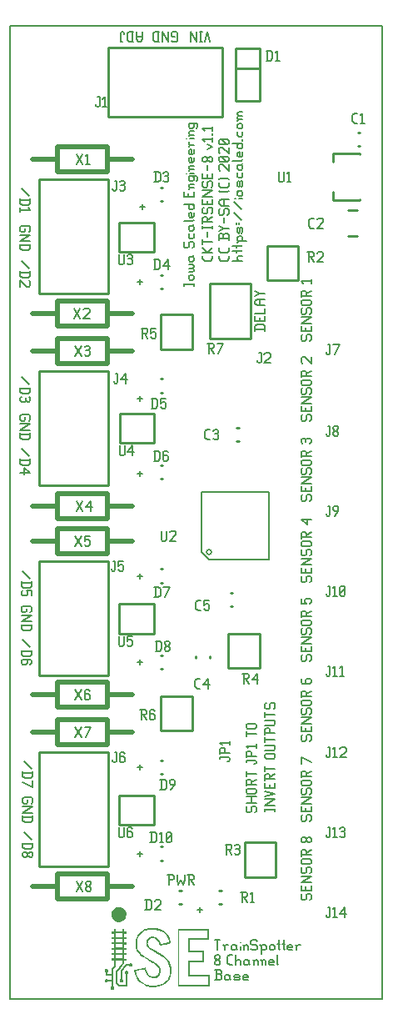
<source format=gbr>
G04 start of page 9 for group -4079 idx -4079 *
G04 Title: (unknown), topsilk *
G04 Creator: pcb 4.0.2 *
G04 CreationDate: Wed Apr 29 00:27:18 2020 UTC *
G04 For: ndholmes *
G04 Format: Gerber/RS-274X *
G04 PCB-Dimensions (mil): 1500.00 3900.00 *
G04 PCB-Coordinate-Origin: lower left *
%MOIN*%
%FSLAX25Y25*%
%LNTOPSILK*%
%ADD60C,0.0200*%
%ADD59C,0.0100*%
%ADD58C,0.0060*%
%ADD57C,0.0080*%
%ADD56C,0.0001*%
G54D56*G36*
X41105Y4104D02*X40709Y4375D01*
X40573Y4820D01*
X40627Y5135D01*
X40823Y5385D01*
X40953Y5499D01*
Y7381D01*
X40280D01*
X39803Y7376D01*
X39607Y7359D01*
X39515Y7235D01*
X39162Y7012D01*
X38734D01*
X38435Y7202D01*
X38251Y7495D01*
X38224Y7826D01*
X38332Y8119D01*
X38549Y8341D01*
X38864Y8461D01*
X39244Y8407D01*
X39553Y8168D01*
X39618Y8070D01*
X40286D01*
X40953Y8065D01*
Y9562D01*
X38620D01*
Y10295D01*
X38615Y11022D01*
X38517Y11092D01*
X38349Y11271D01*
X38240Y11488D01*
X38251Y11922D01*
X38435Y12210D01*
X38723Y12389D01*
X39059Y12421D01*
X39352Y12318D01*
X39575Y12096D01*
X39694Y11776D01*
X39640Y11401D01*
X39401Y11092D01*
X39304Y11022D01*
Y10246D01*
X40953D01*
Y12551D01*
X41419Y13143D01*
X41891Y13734D01*
Y15801D01*
X40980D01*
Y16588D01*
X45364D01*
Y17961D01*
X42548D01*
Y16588D01*
X41891D01*
Y17961D01*
X40980D01*
Y18720D01*
X41881D01*
Y20087D01*
X42564Y20114D01*
X42559Y19452D01*
X42553Y18981D01*
X42564Y18763D01*
X42629Y18753D01*
X42852Y18742D01*
X43286Y18736D01*
X43969Y18731D01*
X45364D01*
Y20114D01*
X42564D01*
X41881Y20087D01*
X40980D01*
Y20847D01*
X41891D01*
X42548Y20874D01*
X45364D01*
Y22247D01*
X42548D01*
Y20874D01*
X41891Y20847D01*
Y22219D01*
X40980D01*
Y22979D01*
X41881D01*
X41891Y24357D01*
X42548Y24400D01*
Y23722D01*
X42553Y23239D01*
X42570Y23022D01*
X42982Y23012D01*
X43969Y23006D01*
X45353D01*
X45358Y23695D01*
Y23711D01*
X45369Y24400D01*
X42548D01*
X41891Y24357D01*
X40980D01*
Y25117D01*
X41881D01*
Y26489D01*
X42564Y26543D01*
X42559Y25887D01*
X42553Y25410D01*
X42564Y25192D01*
X42629Y25182D01*
X42852Y25171D01*
X43286Y25165D01*
X43969Y25160D01*
X45369D01*
X45358Y25854D01*
X45353Y26543D01*
X42564D01*
X41881Y26489D01*
X40980D01*
Y27249D01*
X41891D01*
Y28491D01*
X42548D01*
Y27249D01*
X45364D01*
Y28491D01*
X46053D01*
Y27249D01*
X46964D01*
Y26489D01*
X46053D01*
Y25089D01*
X46964D01*
Y24330D01*
X46053D01*
Y22936D01*
X46964D01*
Y22176D01*
X46053D01*
Y20803D01*
X46964D01*
Y20044D01*
X46053D01*
Y18650D01*
X46964D01*
Y17890D01*
X46053D01*
Y16517D01*
X46964D01*
Y15731D01*
X46053D01*
X46047Y15145D01*
Y14553D01*
X44631Y12763D01*
X43210Y10978D01*
Y6969D01*
X44186Y5992D01*
X46606D01*
Y8114D01*
X46601Y8938D01*
Y9611D01*
X46595Y10067D01*
X46590Y10229D01*
X46465Y10322D01*
X46221Y10788D01*
X46356Y11304D01*
X46932Y11613D01*
X47534Y11342D01*
X47691Y10777D01*
X47393Y10267D01*
X47295Y10197D01*
Y5309D01*
X43904D01*
X42548Y6665D01*
Y11239D01*
X43958Y13018D01*
X45364Y14798D01*
Y15736D01*
X42548D01*
Y13398D01*
X41636Y12248D01*
Y5417D01*
X41702Y5385D01*
X41881Y5216D01*
X42011Y4983D01*
X41978Y4468D01*
X41631Y4088D01*
X41365Y4028D01*
X41105Y4039D01*
Y4104D01*
G37*
G36*
X56947Y5124D02*X55129Y5466D01*
X53545Y6188D01*
X52438Y7066D01*
X51494Y8173D01*
X50632Y9736D01*
X49986Y11591D01*
X49888Y11960D01*
X52308Y12476D01*
X53241Y12676D01*
X54017Y12839D01*
X54543Y12942D01*
X54744Y12975D01*
X54798Y12763D01*
X54847Y12513D01*
X54929Y12177D01*
X55292Y11152D01*
X55807Y10327D01*
X56453Y9719D01*
X57224Y9356D01*
X57462Y9313D01*
X57858Y9296D01*
X58249Y9313D01*
X58504Y9356D01*
X59524Y9942D01*
X60083Y10978D01*
X60137Y11607D01*
X60083Y12204D01*
X60685Y12378D01*
X60723Y10962D01*
X60365Y10012D01*
X59735Y9280D01*
X58878Y8819D01*
X57842Y8651D01*
X56513Y8954D01*
X55444Y9779D01*
X54652Y11022D01*
X54451Y11548D01*
X54305Y12052D01*
X54256Y12221D01*
X54207Y12237D01*
X54055Y12210D01*
X53697Y12134D01*
X53171Y12020D01*
X52541Y11884D01*
X51391Y11640D01*
X50854Y11521D01*
X50691Y11472D01*
Y11439D01*
X50740Y11255D01*
X50865Y10886D01*
X51011Y10479D01*
X51136Y10153D01*
X52134Y8374D01*
X53420Y7045D01*
X54994Y6177D01*
X56865Y5759D01*
X57261Y5748D01*
X57809D01*
X58357Y5764D01*
X58780Y5797D01*
X60110Y6052D01*
X61271Y6486D01*
X62171Y7018D01*
X62925Y7674D01*
X63528Y8455D01*
X63994Y9361D01*
X64222Y10056D01*
X64379Y10842D01*
X64428Y11797D01*
X64379Y12731D01*
X64152Y13718D01*
X63794Y14608D01*
X63273Y15427D01*
X62589Y16208D01*
X61889Y16854D01*
X61081Y17451D01*
X60007Y18112D01*
X58515Y18942D01*
X57370Y19577D01*
X56578Y20055D01*
X56025Y20456D01*
X55596Y20858D01*
X55048Y21644D01*
X54880Y22512D01*
X55026Y23554D01*
X55460Y24368D01*
X56165Y24932D01*
X57120Y25214D01*
X57701Y25231D01*
X58276Y25165D01*
X59046Y24872D01*
X59714Y24346D01*
X60289Y23581D01*
X60783Y22561D01*
X60869Y22361D01*
X60929Y22317D01*
X61092Y22366D01*
X61471Y22469D01*
X61981Y22621D01*
X62567Y22789D01*
X63143Y22957D01*
X63642Y23109D01*
X64000Y23212D01*
X64141Y23256D01*
X64114Y23380D01*
X64027Y23657D01*
X63902Y23999D01*
X63783Y24314D01*
X63105Y25529D01*
X62215Y26533D01*
X61141Y27308D01*
X59887Y27835D01*
X58130Y28138D01*
X56209Y28052D01*
X54462Y27591D01*
X53062Y26755D01*
X52362Y26028D01*
X51820Y25144D01*
X51451Y24118D01*
X51250Y22968D01*
X51223Y22192D01*
X51261Y21482D01*
X51500Y20500D01*
X51939Y19594D01*
X52579Y18753D01*
X53442Y17961D01*
X53984Y17554D01*
X54614Y17141D01*
X55417Y16664D01*
X56502Y16056D01*
X57229Y15655D01*
X57771Y15346D01*
X58195Y15091D01*
X58569Y14852D01*
X60001Y13642D01*
X60685Y12378D01*
X60083Y12204D01*
X59486Y13273D01*
X58227Y14320D01*
X57864Y14553D01*
X57457Y14798D01*
X56941Y15091D01*
X56247Y15470D01*
X54869Y16246D01*
X53854Y16875D01*
X53079Y17440D01*
X52422Y18020D01*
X51673Y18861D01*
X51136Y19745D01*
X50718Y20928D01*
X50588Y22241D01*
X50680Y23527D01*
X50973Y24726D01*
X51733Y26250D01*
X52894Y27433D01*
X54424Y28258D01*
X56296Y28697D01*
X57755Y28779D01*
X59139Y28654D01*
X60414Y28328D01*
X61553Y27802D01*
X62692Y26956D01*
X63631Y25871D01*
X64358Y24569D01*
X64851Y23066D01*
X64911Y22811D01*
X62709Y22171D01*
X61846Y21927D01*
X61141Y21726D01*
X60663Y21596D01*
X60484Y21552D01*
X60408Y21753D01*
X60180Y22355D01*
X59920Y22930D01*
X59160Y23999D01*
X58211Y24531D01*
X57576Y24596D01*
X56925Y24547D01*
X56068Y24075D01*
X55731Y23614D01*
X55547Y23017D01*
X55509Y22534D01*
X55547Y22122D01*
X55894Y21471D01*
X56621Y20803D01*
X56974Y20559D01*
X57413Y20283D01*
X57988Y19957D01*
X58759Y19534D01*
X59627Y19062D01*
X60310Y18677D01*
X60869Y18346D01*
X61347Y18037D01*
X62573Y17109D01*
X63539Y16121D01*
X64266Y15069D01*
X64754Y13929D01*
X65030Y12557D01*
X65036Y11125D01*
X64781Y9725D01*
X64271Y8461D01*
X63474Y7343D01*
X62432Y6432D01*
X61162Y5754D01*
X59697Y5309D01*
X58319Y5135D01*
X56947Y5130D01*
Y5124D01*
G37*
G36*
X67532Y16930D02*X68172Y16935D01*
X68166Y6036D01*
X79592D01*
Y9193D01*
X71818D01*
Y15714D01*
X77503D01*
Y18883D01*
X71818D01*
Y24666D01*
X79278D01*
Y27835D01*
X68183D01*
X68172Y16935D01*
X67532Y16930D01*
Y28459D01*
X79912D01*
Y24048D01*
X72452D01*
Y19528D01*
X78133D01*
Y15118D01*
X72469D01*
X72458Y12486D01*
X72452Y9855D01*
X80216D01*
Y5417D01*
X67532D01*
Y16930D01*
G37*
G36*
X44669Y7018D02*X44387Y7207D01*
X44208Y7495D01*
X44203Y7929D01*
X44430Y8282D01*
X44561Y8374D01*
X44572Y8835D01*
X44577Y9947D01*
Y11521D01*
X45673Y12899D01*
X46763Y14282D01*
X48093D01*
X48179Y14402D01*
X48407Y14597D01*
X48559Y14662D01*
X48765Y14673D01*
X48966Y14667D01*
X49118Y14597D01*
X49340Y14407D01*
X49476Y14163D01*
X49492Y13881D01*
X49427Y13609D01*
X49151Y13322D01*
X48765Y13208D01*
X48207Y13457D01*
X48082Y13593D01*
X47094D01*
X46177Y12438D01*
X45266Y11282D01*
Y8385D01*
X45369Y8314D01*
X45629Y7918D01*
X45597Y7419D01*
X45212Y7045D01*
X44669Y7012D01*
Y7018D01*
G37*
G36*
X43503Y31177D02*X42618Y31464D01*
X41853Y32023D01*
X41305Y32755D01*
X41018Y33618D01*
X40980Y34258D01*
X41061Y34877D01*
X41371Y35642D01*
X41891Y36293D01*
X42738Y36868D01*
X43709Y37111D01*
X44718Y37024D01*
X45662Y36597D01*
X46215Y36092D01*
X46639Y35474D01*
X46872Y34790D01*
X46942Y34063D01*
X46834Y33336D01*
X46568Y32663D01*
X46161Y32115D01*
X45646Y31670D01*
X45044Y31350D01*
X44393Y31177D01*
X43942Y31155D01*
X43503Y31177D01*
G37*
G54D57*X500Y389500D02*X149500D01*
Y500D01*
X500D01*
Y389500D01*
G54D58*X5000Y324500D02*X8000Y321500D01*
X4500Y319800D02*X8500D01*
Y318500D02*X7800Y317800D01*
X5200D02*X7800D01*
X4500Y318500D02*X5200Y317800D01*
X4500Y320300D02*Y318500D01*
X8500Y320300D02*Y318500D01*
X7700Y316600D02*X8500Y315800D01*
X4500D02*X8500D01*
X4500Y316600D02*Y315100D01*
X8500Y307500D02*X8000Y307000D01*
X8500Y309000D02*Y307500D01*
X8000Y309500D02*X8500Y309000D01*
X5000Y309500D02*X8000D01*
X5000D02*X4500Y309000D01*
Y307500D01*
X5000Y307000D01*
X6000D01*
X6500Y307500D02*X6000Y307000D01*
X6500Y308500D02*Y307500D01*
X4500Y305800D02*X8500D01*
X4500Y303300D01*
X8500D01*
X4500Y301600D02*X8500D01*
Y300300D02*X7800Y299600D01*
X5200D02*X7800D01*
X4500Y300300D02*X5200Y299600D01*
X4500Y302100D02*Y300300D01*
X8500Y302100D02*Y300300D01*
X5000Y295500D02*X8000Y292500D01*
X4500Y290800D02*X8500D01*
Y289500D02*X7800Y288800D01*
X5200D02*X7800D01*
X4500Y289500D02*X5200Y288800D01*
X4500Y291300D02*Y289500D01*
X8500Y291300D02*Y289500D01*
X8000Y287600D02*X8500Y287100D01*
Y285600D01*
X8000Y285100D01*
X7000D02*X8000D01*
X4500Y287600D02*X7000Y285100D01*
X4500Y287600D02*Y285100D01*
X51500Y287000D02*X53500D01*
X52500Y288000D02*Y286000D01*
X117000Y233500D02*X117500Y234000D01*
X117000Y233500D02*Y232000D01*
X117500Y231500D02*X117000Y232000D01*
X117500Y231500D02*X118500D01*
X119000Y232000D01*
Y233500D02*Y232000D01*
Y233500D02*X119500Y234000D01*
X120500D01*
X121000Y233500D02*X120500Y234000D01*
X121000Y233500D02*Y232000D01*
X120500Y231500D02*X121000Y232000D01*
X118800Y236700D02*Y235200D01*
X121000Y237200D02*Y235200D01*
X117000D02*X121000D01*
X117000Y237200D02*Y235200D01*
Y238400D02*X121000D01*
X117000D02*X121000Y240900D01*
X117000D02*X121000D01*
X117000Y244100D02*X117500Y244600D01*
X117000Y244100D02*Y242600D01*
X117500Y242100D02*X117000Y242600D01*
X117500Y242100D02*X118500D01*
X119000Y242600D01*
Y244100D02*Y242600D01*
Y244100D02*X119500Y244600D01*
X120500D01*
X121000Y244100D02*X120500Y244600D01*
X121000Y244100D02*Y242600D01*
X120500Y242100D02*X121000Y242600D01*
X117500Y245800D02*X120500D01*
X117500D02*X117000Y246300D01*
Y247300D02*Y246300D01*
Y247300D02*X117500Y247800D01*
X120500D01*
X121000Y247300D02*X120500Y247800D01*
X121000Y247300D02*Y246300D01*
X120500Y245800D02*X121000Y246300D01*
X117000Y251000D02*Y249000D01*
Y251000D02*X117500Y251500D01*
X118500D01*
X119000Y251000D02*X118500Y251500D01*
X119000Y251000D02*Y249500D01*
X117000D02*X121000D01*
X119000Y250300D02*X121000Y251500D01*
X117500Y254500D02*X117000Y255000D01*
Y256500D02*Y255000D01*
Y256500D02*X117500Y257000D01*
X118500D01*
X121000Y254500D02*X118500Y257000D01*
X121000D02*Y254500D01*
X117000Y265500D02*X117500Y266000D01*
X117000Y265500D02*Y264000D01*
X117500Y263500D02*X117000Y264000D01*
X117500Y263500D02*X118500D01*
X119000Y264000D01*
Y265500D02*Y264000D01*
Y265500D02*X119500Y266000D01*
X120500D01*
X121000Y265500D02*X120500Y266000D01*
X121000Y265500D02*Y264000D01*
X120500Y263500D02*X121000Y264000D01*
X118800Y268700D02*Y267200D01*
X121000Y269200D02*Y267200D01*
X117000D02*X121000D01*
X117000Y269200D02*Y267200D01*
Y270400D02*X121000D01*
X117000D02*X121000Y272900D01*
X117000D02*X121000D01*
X117000Y276100D02*X117500Y276600D01*
X117000Y276100D02*Y274600D01*
X117500Y274100D02*X117000Y274600D01*
X117500Y274100D02*X118500D01*
X119000Y274600D01*
Y276100D02*Y274600D01*
Y276100D02*X119500Y276600D01*
X120500D01*
X121000Y276100D02*X120500Y276600D01*
X121000Y276100D02*Y274600D01*
X120500Y274100D02*X121000Y274600D01*
X117500Y277800D02*X120500D01*
X117500D02*X117000Y278300D01*
Y279300D02*Y278300D01*
Y279300D02*X117500Y279800D01*
X120500D01*
X121000Y279300D02*X120500Y279800D01*
X121000Y279300D02*Y278300D01*
X120500Y277800D02*X121000Y278300D01*
X117000Y283000D02*Y281000D01*
Y283000D02*X117500Y283500D01*
X118500D01*
X119000Y283000D02*X118500Y283500D01*
X119000Y283000D02*Y281500D01*
X117000D02*X121000D01*
X119000Y282300D02*X121000Y283500D01*
X117800Y286500D02*X117000Y287300D01*
X121000D01*
Y288000D02*Y286500D01*
X51500Y240500D02*X53500D01*
X52500Y241500D02*Y239500D01*
X80500Y383000D02*X79500Y387000D01*
X78500Y383000D01*
X76300D02*X77300D01*
X76800Y387000D02*Y383000D01*
X76300Y387000D02*X77300D01*
X75100D02*Y383000D01*
X72600Y387000D01*
Y383000D01*
X65500D02*X65000Y383500D01*
X65500Y383000D02*X67000D01*
X67500Y383500D02*X67000Y383000D01*
X67500Y386500D02*Y383500D01*
Y386500D02*X67000Y387000D01*
X65500D02*X67000D01*
X65500D02*X65000Y386500D01*
Y385500D01*
X65500Y385000D02*X65000Y385500D01*
X65500Y385000D02*X66500D01*
X63800Y387000D02*Y383000D01*
X61300Y387000D01*
Y383000D01*
X59600Y387000D02*Y383000D01*
X58300D02*X57600Y383700D01*
Y386300D02*Y383700D01*
X58300Y387000D02*X57600Y386300D01*
X58300Y387000D02*X60100D01*
X58300Y383000D02*X60100D01*
X53500Y387000D02*Y384000D01*
X52800Y383000D01*
X51700D02*X52800D01*
X51700D02*X51000Y384000D01*
Y387000D02*Y384000D01*
Y385000D02*X53500D01*
X49300Y387000D02*Y383000D01*
X48000D02*X47300Y383700D01*
Y386300D02*Y383700D01*
X48000Y387000D02*X47300Y386300D01*
X48000Y387000D02*X49800D01*
X48000Y383000D02*X49800D01*
X44600D02*X45400D01*
X44600Y386500D02*Y383000D01*
X45100Y387000D02*X44600Y386500D01*
X45100Y387000D02*X45600D01*
X46100Y386500D02*X45600Y387000D01*
X46100Y386500D02*Y386000D01*
X52500Y317000D02*X54500D01*
X53500Y318000D02*Y316000D01*
X88000Y297500D02*Y296200D01*
X87300Y295500D02*X88000Y296200D01*
X84700Y295500D02*X87300D01*
X84700D02*X84000Y296200D01*
Y297500D02*Y296200D01*
X88000Y300700D02*Y299400D01*
X87300Y298700D02*X88000Y299400D01*
X84700Y298700D02*X87300D01*
X84700D02*X84000Y299400D01*
Y300700D02*Y299400D01*
X88000Y305700D02*Y303700D01*
Y305700D02*X87500Y306200D01*
X86300D02*X87500D01*
X85800Y305700D02*X86300Y306200D01*
X85800Y305700D02*Y304200D01*
X84000D02*X88000D01*
X84000Y305700D02*Y303700D01*
Y305700D02*X84500Y306200D01*
X85300D01*
X85800Y305700D02*X85300Y306200D01*
X84000Y307400D02*X86000Y308400D01*
X84000Y309400D01*
X86000Y308400D02*X88000D01*
X86000Y312600D02*Y310600D01*
X84000Y315800D02*X84500Y316300D01*
X84000Y315800D02*Y314300D01*
X84500Y313800D02*X84000Y314300D01*
X84500Y313800D02*X85500D01*
X86000Y314300D01*
Y315800D02*Y314300D01*
Y315800D02*X86500Y316300D01*
X87500D01*
X88000Y315800D02*X87500Y316300D01*
X88000Y315800D02*Y314300D01*
X87500Y313800D02*X88000Y314300D01*
X85000Y317500D02*X88000D01*
X85000D02*X84000Y318200D01*
Y319300D02*Y318200D01*
Y319300D02*X85000Y320000D01*
X88000D01*
X86000D02*Y317500D01*
X87500Y323000D02*X88000Y323500D01*
X84500Y323000D02*X84000Y323500D01*
X84500Y323000D02*X87500D01*
X88000Y326700D02*Y325400D01*
X87300Y324700D02*X88000Y325400D01*
X84700Y324700D02*X87300D01*
X84700D02*X84000Y325400D01*
Y326700D02*Y325400D01*
Y327900D02*X84500Y328400D01*
X87500D01*
X88000Y327900D02*X87500Y328400D01*
X84500Y331400D02*X84000Y331900D01*
Y333400D02*Y331900D01*
Y333400D02*X84500Y333900D01*
X85500D01*
X88000Y331400D02*X85500Y333900D01*
X88000D02*Y331400D01*
X87500Y335100D02*X88000Y335600D01*
X84500Y335100D02*X87500D01*
X84500D02*X84000Y335600D01*
Y336600D02*Y335600D01*
Y336600D02*X84500Y337100D01*
X87500D01*
X88000Y336600D02*X87500Y337100D01*
X88000Y336600D02*Y335600D01*
X87000Y335100D02*X85000Y337100D01*
X84500Y338300D02*X84000Y338800D01*
Y340300D02*Y338800D01*
Y340300D02*X84500Y340800D01*
X85500D01*
X88000Y338300D02*X85500Y340800D01*
X88000D02*Y338300D01*
X87500Y342000D02*X88000Y342500D01*
X84500Y342000D02*X87500D01*
X84500D02*X84000Y342500D01*
Y343500D02*Y342500D01*
Y343500D02*X84500Y344000D01*
X87500D01*
X88000Y343500D02*X87500Y344000D01*
X88000Y343500D02*Y342500D01*
X87000Y342000D02*X85000Y344000D01*
X89500Y295500D02*X93500D01*
X92000D02*X91500Y296000D01*
Y297000D02*Y296000D01*
Y297000D02*X92000Y297500D01*
X93500D01*
X89500Y299200D02*X93000D01*
X93500Y299700D01*
X91000D02*Y298700D01*
X89500Y301200D02*X93000D01*
X93500Y301700D01*
X91000D02*Y300700D01*
X92000Y303200D02*X95000D01*
X91500Y302700D02*X92000Y303200D01*
X91500Y303700D01*
Y304700D02*Y303700D01*
Y304700D02*X92000Y305200D01*
X93000D01*
X93500Y304700D02*X93000Y305200D01*
X93500Y304700D02*Y303700D01*
X93000Y303200D02*X93500Y303700D01*
Y308400D02*Y306900D01*
Y308400D02*X93000Y308900D01*
X92500Y308400D02*X93000Y308900D01*
X92500Y308400D02*Y306900D01*
X92000Y306400D02*X92500Y306900D01*
X92000Y306400D02*X91500Y306900D01*
Y308400D02*Y306900D01*
Y308400D02*X92000Y308900D01*
X93000Y306400D02*X93500Y306900D01*
X91000Y310600D02*Y310100D01*
X92000Y310600D02*Y310100D01*
X93000Y311800D02*X90000Y314800D01*
X93000Y316000D02*X90000Y319000D01*
X90500Y320200D02*X90600D01*
X92000D02*X93500D01*
X91500Y322700D02*X92000Y323200D01*
X91500Y322700D02*Y321700D01*
X92000Y321200D02*X91500Y321700D01*
X92000Y321200D02*X93000D01*
X93500Y321700D01*
X91500Y323200D02*X93000D01*
X93500Y323700D01*
Y322700D02*Y321700D01*
Y322700D02*X93000Y323200D01*
X93500Y326900D02*Y325400D01*
Y326900D02*X93000Y327400D01*
X92500Y326900D02*X93000Y327400D01*
X92500Y326900D02*Y325400D01*
X92000Y324900D02*X92500Y325400D01*
X92000Y324900D02*X91500Y325400D01*
Y326900D02*Y325400D01*
Y326900D02*X92000Y327400D01*
X93000Y324900D02*X93500Y325400D01*
X91500Y330600D02*Y329100D01*
X92000Y328600D02*X91500Y329100D01*
X92000Y328600D02*X93000D01*
X93500Y329100D01*
Y330600D02*Y329100D01*
X91500Y333300D02*X92000Y333800D01*
X91500Y333300D02*Y332300D01*
X92000Y331800D02*X91500Y332300D01*
X92000Y331800D02*X93000D01*
X93500Y332300D01*
X91500Y333800D02*X93000D01*
X93500Y334300D01*
Y333300D02*Y332300D01*
Y333300D02*X93000Y333800D01*
X89500Y335500D02*X93000D01*
X93500Y336000D01*
Y339000D02*Y337500D01*
X93000Y337000D02*X93500Y337500D01*
X92000Y337000D02*X93000D01*
X92000D02*X91500Y337500D01*
Y338500D02*Y337500D01*
Y338500D02*X92000Y339000D01*
X92500D02*Y337000D01*
X92000Y339000D02*X92500D01*
X89500Y342200D02*X93500D01*
Y341700D02*X93000Y342200D01*
X93500Y341700D02*Y340700D01*
X93000Y340200D02*X93500Y340700D01*
X92000Y340200D02*X93000D01*
X92000D02*X91500Y340700D01*
Y341700D02*Y340700D01*
Y341700D02*X92000Y342200D01*
X93500Y343900D02*Y343400D01*
X91500Y347100D02*Y345600D01*
X92000Y345100D02*X91500Y345600D01*
X92000Y345100D02*X93000D01*
X93500Y345600D01*
Y347100D02*Y345600D01*
X92000Y348300D02*X93000D01*
X92000D02*X91500Y348800D01*
Y349800D02*Y348800D01*
Y349800D02*X92000Y350300D01*
X93000D01*
X93500Y349800D02*X93000Y350300D01*
X93500Y349800D02*Y348800D01*
X93000Y348300D02*X93500Y348800D01*
X92000Y352000D02*X93500D01*
X92000D02*X91500Y352500D01*
Y353000D02*Y352500D01*
Y353000D02*X92000Y353500D01*
X93500D01*
X92000D02*X91500Y354000D01*
Y354500D02*Y354000D01*
Y354500D02*X92000Y355000D01*
X93500D01*
X91500Y351500D02*X92000Y352000D01*
X98500Y268000D02*X102500D01*
X98500Y269300D02*X99200Y270000D01*
X101800D01*
X102500Y269300D02*X101800Y270000D01*
X102500Y269300D02*Y267500D01*
X98500Y269300D02*Y267500D01*
X100300Y272700D02*Y271200D01*
X102500Y273200D02*Y271200D01*
X98500D02*X102500D01*
X98500Y273200D02*Y271200D01*
Y274400D02*X102500D01*
Y276400D02*Y274400D01*
X99500Y277600D02*X102500D01*
X99500D02*X98500Y278300D01*
Y279400D02*Y278300D01*
Y279400D02*X99500Y280100D01*
X102500D01*
X100500D02*Y277600D01*
X98500Y281300D02*X100500Y282300D01*
X98500Y283300D01*
X100500Y282300D02*X102500D01*
X70000Y286500D02*Y285500D01*
Y286000D02*X74000D01*
Y286500D02*Y285500D01*
X72500Y287700D02*X73500D01*
X72500D02*X72000Y288200D01*
Y289200D02*Y288200D01*
Y289200D02*X72500Y289700D01*
X73500D01*
X74000Y289200D02*X73500Y289700D01*
X74000Y289200D02*Y288200D01*
X73500Y287700D02*X74000Y288200D01*
X72000Y290900D02*X73500D01*
X74000Y291400D01*
Y291900D02*Y291400D01*
Y291900D02*X73500Y292400D01*
X72000D02*X73500D01*
X74000Y292900D01*
Y293400D02*Y292900D01*
Y293400D02*X73500Y293900D01*
X72000D02*X73500D01*
X72000Y296600D02*X72500Y297100D01*
X72000Y296600D02*Y295600D01*
X72500Y295100D02*X72000Y295600D01*
X72500Y295100D02*X73500D01*
X74000Y295600D01*
X72000Y297100D02*X73500D01*
X74000Y297600D01*
Y296600D02*Y295600D01*
Y296600D02*X73500Y297100D01*
X70000Y302600D02*X70500Y303100D01*
X70000Y302600D02*Y301100D01*
X70500Y300600D02*X70000Y301100D01*
X70500Y300600D02*X71500D01*
X72000Y301100D01*
Y302600D02*Y301100D01*
Y302600D02*X72500Y303100D01*
X73500D01*
X74000Y302600D02*X73500Y303100D01*
X74000Y302600D02*Y301100D01*
X73500Y300600D02*X74000Y301100D01*
X72000Y306300D02*Y304800D01*
X72500Y304300D02*X72000Y304800D01*
X72500Y304300D02*X73500D01*
X74000Y304800D01*
Y306300D02*Y304800D01*
X72000Y309000D02*X72500Y309500D01*
X72000Y309000D02*Y308000D01*
X72500Y307500D02*X72000Y308000D01*
X72500Y307500D02*X73500D01*
X74000Y308000D01*
X72000Y309500D02*X73500D01*
X74000Y310000D01*
Y309000D02*Y308000D01*
Y309000D02*X73500Y309500D01*
X70000Y311200D02*X73500D01*
X74000Y311700D01*
Y314700D02*Y313200D01*
X73500Y312700D02*X74000Y313200D01*
X72500Y312700D02*X73500D01*
X72500D02*X72000Y313200D01*
Y314200D02*Y313200D01*
Y314200D02*X72500Y314700D01*
X73000D02*Y312700D01*
X72500Y314700D02*X73000D01*
X70000Y317900D02*X74000D01*
Y317400D02*X73500Y317900D01*
X74000Y317400D02*Y316400D01*
X73500Y315900D02*X74000Y316400D01*
X72500Y315900D02*X73500D01*
X72500D02*X72000Y316400D01*
Y317400D02*Y316400D01*
Y317400D02*X72500Y317900D01*
X71800Y322400D02*Y320900D01*
X74000Y322900D02*Y320900D01*
X70000D02*X74000D01*
X70000Y322900D02*Y320900D01*
X72500Y324600D02*X74000D01*
X72500D02*X72000Y325100D01*
Y325600D02*Y325100D01*
Y325600D02*X72500Y326100D01*
X74000D01*
X72000Y324100D02*X72500Y324600D01*
X72000Y328800D02*X72500Y329300D01*
X72000Y328800D02*Y327800D01*
X72500Y327300D02*X72000Y327800D01*
X72500Y327300D02*X73500D01*
X74000Y327800D01*
Y328800D02*Y327800D01*
Y328800D02*X73500Y329300D01*
X75000Y327300D02*X75500Y327800D01*
Y328800D02*Y327800D01*
Y328800D02*X75000Y329300D01*
X72000D02*X75000D01*
X71000Y330500D02*X71100D01*
X72500D02*X74000D01*
X72500Y332000D02*X74000D01*
X72500D02*X72000Y332500D01*
Y333000D02*Y332500D01*
Y333000D02*X72500Y333500D01*
X74000D01*
X72000Y331500D02*X72500Y332000D01*
X74000Y336700D02*Y335200D01*
X73500Y334700D02*X74000Y335200D01*
X72500Y334700D02*X73500D01*
X72500D02*X72000Y335200D01*
Y336200D02*Y335200D01*
Y336200D02*X72500Y336700D01*
X73000D02*Y334700D01*
X72500Y336700D02*X73000D01*
X74000Y339900D02*Y338400D01*
X73500Y337900D02*X74000Y338400D01*
X72500Y337900D02*X73500D01*
X72500D02*X72000Y338400D01*
Y339400D02*Y338400D01*
Y339400D02*X72500Y339900D01*
X73000D02*Y337900D01*
X72500Y339900D02*X73000D01*
X72500Y341600D02*X74000D01*
X72500D02*X72000Y342100D01*
Y343100D02*Y342100D01*
Y341100D02*X72500Y341600D01*
X71000Y344300D02*X71100D01*
X72500D02*X74000D01*
X72500Y345800D02*X74000D01*
X72500D02*X72000Y346300D01*
Y346800D02*Y346300D01*
Y346800D02*X72500Y347300D01*
X74000D01*
X72000Y345300D02*X72500Y345800D01*
X72000Y350000D02*X72500Y350500D01*
X72000Y350000D02*Y349000D01*
X72500Y348500D02*X72000Y349000D01*
X72500Y348500D02*X73500D01*
X74000Y349000D01*
Y350000D02*Y349000D01*
Y350000D02*X73500Y350500D01*
X75000Y348500D02*X75500Y349000D01*
Y350000D02*Y349000D01*
Y350000D02*X75000Y350500D01*
X72000D02*X75000D01*
X81500Y297500D02*Y296200D01*
X80800Y295500D02*X81500Y296200D01*
X78200Y295500D02*X80800D01*
X78200D02*X77500Y296200D01*
Y297500D02*Y296200D01*
Y298700D02*X81500D01*
X79500D02*X77500Y300700D01*
X79500Y298700D02*X81500Y300700D01*
X77500Y303900D02*Y301900D01*
Y302900D02*X81500D01*
X79500Y307100D02*Y305100D01*
X77500Y309300D02*Y308300D01*
Y308800D02*X81500D01*
Y309300D02*Y308300D01*
X77500Y312500D02*Y310500D01*
Y312500D02*X78000Y313000D01*
X79000D01*
X79500Y312500D02*X79000Y313000D01*
X79500Y312500D02*Y311000D01*
X77500D02*X81500D01*
X79500Y311800D02*X81500Y313000D01*
X77500Y316200D02*X78000Y316700D01*
X77500Y316200D02*Y314700D01*
X78000Y314200D02*X77500Y314700D01*
X78000Y314200D02*X79000D01*
X79500Y314700D01*
Y316200D02*Y314700D01*
Y316200D02*X80000Y316700D01*
X81000D01*
X81500Y316200D02*X81000Y316700D01*
X81500Y316200D02*Y314700D01*
X81000Y314200D02*X81500Y314700D01*
X79300Y319400D02*Y317900D01*
X81500Y319900D02*Y317900D01*
X77500D02*X81500D01*
X77500Y319900D02*Y317900D01*
Y321100D02*X81500D01*
X77500D02*X81500Y323600D01*
X77500D02*X81500D01*
X77500Y326800D02*X78000Y327300D01*
X77500Y326800D02*Y325300D01*
X78000Y324800D02*X77500Y325300D01*
X78000Y324800D02*X79000D01*
X79500Y325300D01*
Y326800D02*Y325300D01*
Y326800D02*X80000Y327300D01*
X81000D01*
X81500Y326800D02*X81000Y327300D01*
X81500Y326800D02*Y325300D01*
X81000Y324800D02*X81500Y325300D01*
X79300Y330000D02*Y328500D01*
X81500Y330500D02*Y328500D01*
X77500D02*X81500D01*
X77500Y330500D02*Y328500D01*
X79500Y333700D02*Y331700D01*
X81000Y334900D02*X81500Y335400D01*
X80200Y334900D02*X81000D01*
X80200D02*X79500Y335600D01*
Y336200D02*Y335600D01*
Y336200D02*X80200Y336900D01*
X81000D01*
X81500Y336400D02*X81000Y336900D01*
X81500Y336400D02*Y335400D01*
X78800Y334900D02*X79500Y335600D01*
X78000Y334900D02*X78800D01*
X78000D02*X77500Y335400D01*
Y336400D02*Y335400D01*
Y336400D02*X78000Y336900D01*
X78800D01*
X79500Y336200D02*X78800Y336900D01*
X79500Y339900D02*X81500Y340900D01*
X79500Y341900D02*X81500Y340900D01*
X78300Y343100D02*X77500Y343900D01*
X81500D01*
Y344600D02*Y343100D01*
Y346300D02*Y345800D01*
X78300Y347500D02*X77500Y348300D01*
X81500D01*
Y349000D02*Y347500D01*
X8500Y232000D02*X8000Y231500D01*
X8500Y233500D02*Y232000D01*
X8000Y234000D02*X8500Y233500D01*
X5000Y234000D02*X8000D01*
X5000D02*X4500Y233500D01*
Y232000D01*
X5000Y231500D01*
X6000D01*
X6500Y232000D02*X6000Y231500D01*
X6500Y233000D02*Y232000D01*
X4500Y230300D02*X8500D01*
X4500Y227800D01*
X8500D01*
X4500Y226100D02*X8500D01*
Y224800D02*X7800Y224100D01*
X5200D02*X7800D01*
X4500Y224800D02*X5200Y224100D01*
X4500Y226600D02*Y224800D01*
X8500Y226600D02*Y224800D01*
X5000Y249000D02*X8000Y246000D01*
X4500Y244300D02*X8500D01*
Y243000D02*X7800Y242300D01*
X5200D02*X7800D01*
X4500Y243000D02*X5200Y242300D01*
X4500Y244800D02*Y243000D01*
X8500Y244800D02*Y243000D01*
X8000Y241100D02*X8500Y240600D01*
Y239600D01*
X8000Y239100D01*
X4500Y239600D02*X5000Y239100D01*
X4500Y240600D02*Y239600D01*
X5000Y241100D02*X4500Y240600D01*
X6700D02*Y239600D01*
X7200Y239100D02*X8000D01*
X5000D02*X6200D01*
X6700Y239600D01*
X7200Y239100D02*X6700Y239600D01*
X5000Y220500D02*X8000Y217500D01*
X4500Y215800D02*X8500D01*
Y214500D02*X7800Y213800D01*
X5200D02*X7800D01*
X4500Y214500D02*X5200Y213800D01*
X4500Y216300D02*Y214500D01*
X8500Y216300D02*Y214500D01*
X6000Y212600D02*X8500Y210600D01*
X6000Y212600D02*Y210100D01*
X4500Y210600D02*X8500D01*
X9000Y155500D02*X8500Y155000D01*
X9000Y157000D02*Y155500D01*
X8500Y157500D02*X9000Y157000D01*
X5500Y157500D02*X8500D01*
X5500D02*X5000Y157000D01*
Y155500D01*
X5500Y155000D01*
X6500D01*
X7000Y155500D02*X6500Y155000D01*
X7000Y156500D02*Y155500D01*
X5000Y153800D02*X9000D01*
X5000Y151300D01*
X9000D01*
X5000Y149600D02*X9000D01*
Y148300D02*X8300Y147600D01*
X5700D02*X8300D01*
X5000Y148300D02*X5700Y147600D01*
X5000Y150100D02*Y148300D01*
X9000Y150100D02*Y148300D01*
X5500Y171500D02*X8500Y168500D01*
X5000Y166800D02*X9000D01*
Y165500D02*X8300Y164800D01*
X5700D02*X8300D01*
X5000Y165500D02*X5700Y164800D01*
X5000Y167300D02*Y165500D01*
X9000Y167300D02*Y165500D01*
Y163600D02*Y161600D01*
X7000Y163600D02*X9000D01*
X7000D02*X7500Y163100D01*
Y162100D01*
X7000Y161600D01*
X5500D02*X7000D01*
X5000Y162100D02*X5500Y161600D01*
X5000Y163100D02*Y162100D01*
X5500Y163600D02*X5000Y163100D01*
X51500Y210500D02*X53500D01*
X52500Y211500D02*Y209500D01*
X5500Y144000D02*X8500Y141000D01*
X5000Y139300D02*X9000D01*
Y138000D02*X8300Y137300D01*
X5700D02*X8300D01*
X5000Y138000D02*X5700Y137300D01*
X5000Y139800D02*Y138000D01*
X9000Y139800D02*Y138000D01*
Y134600D02*X8500Y134100D01*
X9000Y135600D02*Y134600D01*
X8500Y136100D02*X9000Y135600D01*
X5500Y136100D02*X8500D01*
X5500D02*X5000Y135600D01*
X7200Y134600D02*X6700Y134100D01*
X7200Y136100D02*Y134600D01*
X5000Y135600D02*Y134600D01*
X5500Y134100D01*
X6700D01*
X51500Y135000D02*X53500D01*
X52500Y136000D02*Y134000D01*
X51500Y169500D02*X53500D01*
X52500Y170500D02*Y168500D01*
X117000Y105500D02*X117500Y106000D01*
X117000Y105500D02*Y104000D01*
X117500Y103500D02*X117000Y104000D01*
X117500Y103500D02*X118500D01*
X119000Y104000D01*
Y105500D02*Y104000D01*
Y105500D02*X119500Y106000D01*
X120500D01*
X121000Y105500D02*X120500Y106000D01*
X121000Y105500D02*Y104000D01*
X120500Y103500D02*X121000Y104000D01*
X118800Y108700D02*Y107200D01*
X121000Y109200D02*Y107200D01*
X117000D02*X121000D01*
X117000Y109200D02*Y107200D01*
Y110400D02*X121000D01*
X117000D02*X121000Y112900D01*
X117000D02*X121000D01*
X117000Y116100D02*X117500Y116600D01*
X117000Y116100D02*Y114600D01*
X117500Y114100D02*X117000Y114600D01*
X117500Y114100D02*X118500D01*
X119000Y114600D01*
Y116100D02*Y114600D01*
Y116100D02*X119500Y116600D01*
X120500D01*
X121000Y116100D02*X120500Y116600D01*
X121000Y116100D02*Y114600D01*
X120500Y114100D02*X121000Y114600D01*
X117500Y117800D02*X120500D01*
X117500D02*X117000Y118300D01*
Y119300D02*Y118300D01*
Y119300D02*X117500Y119800D01*
X120500D01*
X121000Y119300D02*X120500Y119800D01*
X121000Y119300D02*Y118300D01*
X120500Y117800D02*X121000Y118300D01*
X117000Y123000D02*Y121000D01*
Y123000D02*X117500Y123500D01*
X118500D01*
X119000Y123000D02*X118500Y123500D01*
X119000Y123000D02*Y121500D01*
X117000D02*X121000D01*
X119000Y122300D02*X121000Y123500D01*
X117000Y128000D02*X117500Y128500D01*
X117000Y128000D02*Y127000D01*
X117500Y126500D02*X117000Y127000D01*
X117500Y126500D02*X120500D01*
X121000Y127000D01*
X118800Y128000D02*X119300Y128500D01*
X118800Y128000D02*Y126500D01*
X121000Y128000D02*Y127000D01*
Y128000D02*X120500Y128500D01*
X119300D02*X120500D01*
X117000Y137500D02*X117500Y138000D01*
X117000Y137500D02*Y136000D01*
X117500Y135500D02*X117000Y136000D01*
X117500Y135500D02*X118500D01*
X119000Y136000D01*
Y137500D02*Y136000D01*
Y137500D02*X119500Y138000D01*
X120500D01*
X121000Y137500D02*X120500Y138000D01*
X121000Y137500D02*Y136000D01*
X120500Y135500D02*X121000Y136000D01*
X118800Y140700D02*Y139200D01*
X121000Y141200D02*Y139200D01*
X117000D02*X121000D01*
X117000Y141200D02*Y139200D01*
Y142400D02*X121000D01*
X117000D02*X121000Y144900D01*
X117000D02*X121000D01*
X117000Y148100D02*X117500Y148600D01*
X117000Y148100D02*Y146600D01*
X117500Y146100D02*X117000Y146600D01*
X117500Y146100D02*X118500D01*
X119000Y146600D01*
Y148100D02*Y146600D01*
Y148100D02*X119500Y148600D01*
X120500D01*
X121000Y148100D02*X120500Y148600D01*
X121000Y148100D02*Y146600D01*
X120500Y146100D02*X121000Y146600D01*
X117500Y149800D02*X120500D01*
X117500D02*X117000Y150300D01*
Y151300D02*Y150300D01*
Y151300D02*X117500Y151800D01*
X120500D01*
X121000Y151300D02*X120500Y151800D01*
X121000Y151300D02*Y150300D01*
X120500Y149800D02*X121000Y150300D01*
X117000Y155000D02*Y153000D01*
Y155000D02*X117500Y155500D01*
X118500D01*
X119000Y155000D02*X118500Y155500D01*
X119000Y155000D02*Y153500D01*
X117000D02*X121000D01*
X119000Y154300D02*X121000Y155500D01*
X117000Y160500D02*Y158500D01*
X119000D01*
X118500Y159000D01*
Y160000D02*Y159000D01*
Y160000D02*X119000Y160500D01*
X120500D01*
X121000Y160000D02*X120500Y160500D01*
X121000Y160000D02*Y159000D01*
X120500Y158500D02*X121000Y159000D01*
X117000Y169000D02*X117500Y169500D01*
X117000Y169000D02*Y167500D01*
X117500Y167000D02*X117000Y167500D01*
X117500Y167000D02*X118500D01*
X119000Y167500D01*
Y169000D02*Y167500D01*
Y169000D02*X119500Y169500D01*
X120500D01*
X121000Y169000D02*X120500Y169500D01*
X121000Y169000D02*Y167500D01*
X120500Y167000D02*X121000Y167500D01*
X118800Y172200D02*Y170700D01*
X121000Y172700D02*Y170700D01*
X117000D02*X121000D01*
X117000Y172700D02*Y170700D01*
Y173900D02*X121000D01*
X117000D02*X121000Y176400D01*
X117000D02*X121000D01*
X117000Y179600D02*X117500Y180100D01*
X117000Y179600D02*Y178100D01*
X117500Y177600D02*X117000Y178100D01*
X117500Y177600D02*X118500D01*
X119000Y178100D01*
Y179600D02*Y178100D01*
Y179600D02*X119500Y180100D01*
X120500D01*
X121000Y179600D02*X120500Y180100D01*
X121000Y179600D02*Y178100D01*
X120500Y177600D02*X121000Y178100D01*
X117500Y181300D02*X120500D01*
X117500D02*X117000Y181800D01*
Y182800D02*Y181800D01*
Y182800D02*X117500Y183300D01*
X120500D01*
X121000Y182800D02*X120500Y183300D01*
X121000Y182800D02*Y181800D01*
X120500Y181300D02*X121000Y181800D01*
X117000Y186500D02*Y184500D01*
Y186500D02*X117500Y187000D01*
X118500D01*
X119000Y186500D02*X118500Y187000D01*
X119000Y186500D02*Y185000D01*
X117000D02*X121000D01*
X119000Y185800D02*X121000Y187000D01*
X119500Y190000D02*X117000Y192000D01*
X119500Y192500D02*Y190000D01*
X117000Y192000D02*X121000D01*
X117000Y201500D02*X117500Y202000D01*
X117000Y201500D02*Y200000D01*
X117500Y199500D02*X117000Y200000D01*
X117500Y199500D02*X118500D01*
X119000Y200000D01*
Y201500D02*Y200000D01*
Y201500D02*X119500Y202000D01*
X120500D01*
X121000Y201500D02*X120500Y202000D01*
X121000Y201500D02*Y200000D01*
X120500Y199500D02*X121000Y200000D01*
X118800Y204700D02*Y203200D01*
X121000Y205200D02*Y203200D01*
X117000D02*X121000D01*
X117000Y205200D02*Y203200D01*
Y206400D02*X121000D01*
X117000D02*X121000Y208900D01*
X117000D02*X121000D01*
X117000Y212100D02*X117500Y212600D01*
X117000Y212100D02*Y210600D01*
X117500Y210100D02*X117000Y210600D01*
X117500Y210100D02*X118500D01*
X119000Y210600D01*
Y212100D02*Y210600D01*
Y212100D02*X119500Y212600D01*
X120500D01*
X121000Y212100D02*X120500Y212600D01*
X121000Y212100D02*Y210600D01*
X120500Y210100D02*X121000Y210600D01*
X117500Y213800D02*X120500D01*
X117500D02*X117000Y214300D01*
Y215300D02*Y214300D01*
Y215300D02*X117500Y215800D01*
X120500D01*
X121000Y215300D02*X120500Y215800D01*
X121000Y215300D02*Y214300D01*
X120500Y213800D02*X121000Y214300D01*
X117000Y219000D02*Y217000D01*
Y219000D02*X117500Y219500D01*
X118500D01*
X119000Y219000D02*X118500Y219500D01*
X119000Y219000D02*Y217500D01*
X117000D02*X121000D01*
X119000Y218300D02*X121000Y219500D01*
X117500Y222500D02*X117000Y223000D01*
Y224000D02*Y223000D01*
Y224000D02*X117500Y224500D01*
X121000Y224000D02*X120500Y224500D01*
X121000Y224000D02*Y223000D01*
X120500Y222500D02*X121000Y223000D01*
X118800Y224000D02*Y223000D01*
X117500Y224500D02*X118300D01*
X119300D02*X120500D01*
X119300D02*X118800Y224000D01*
X118300Y224500D02*X118800Y224000D01*
X9500Y79000D02*X9000Y78500D01*
X9500Y80500D02*Y79000D01*
X9000Y81000D02*X9500Y80500D01*
X6000Y81000D02*X9000D01*
X6000D02*X5500Y80500D01*
Y79000D01*
X6000Y78500D01*
X7000D01*
X7500Y79000D02*X7000Y78500D01*
X7500Y80000D02*Y79000D01*
X5500Y77300D02*X9500D01*
X5500Y74800D01*
X9500D01*
X5500Y73100D02*X9500D01*
Y71800D02*X8800Y71100D01*
X6200D02*X8800D01*
X5500Y71800D02*X6200Y71100D01*
X5500Y73600D02*Y71800D01*
X9500Y73600D02*Y71800D01*
X6000Y95500D02*X9000Y92500D01*
X5500Y90800D02*X9500D01*
Y89500D02*X8800Y88800D01*
X6200D02*X8800D01*
X5500Y89500D02*X6200Y88800D01*
X5500Y91300D02*Y89500D01*
X9500Y91300D02*Y89500D01*
X5500Y87100D02*X9500Y85100D01*
Y87600D02*Y85100D01*
X117000Y73500D02*X117500Y74000D01*
X117000Y73500D02*Y72000D01*
X117500Y71500D02*X117000Y72000D01*
X117500Y71500D02*X118500D01*
X119000Y72000D01*
Y73500D02*Y72000D01*
Y73500D02*X119500Y74000D01*
X120500D01*
X121000Y73500D02*X120500Y74000D01*
X121000Y73500D02*Y72000D01*
X120500Y71500D02*X121000Y72000D01*
X118800Y76700D02*Y75200D01*
X121000Y77200D02*Y75200D01*
X117000D02*X121000D01*
X117000Y77200D02*Y75200D01*
Y78400D02*X121000D01*
X117000D02*X121000Y80900D01*
X117000D02*X121000D01*
X117000Y84100D02*X117500Y84600D01*
X117000Y84100D02*Y82600D01*
X117500Y82100D02*X117000Y82600D01*
X117500Y82100D02*X118500D01*
X119000Y82600D01*
Y84100D02*Y82600D01*
Y84100D02*X119500Y84600D01*
X120500D01*
X121000Y84100D02*X120500Y84600D01*
X121000Y84100D02*Y82600D01*
X120500Y82100D02*X121000Y82600D01*
X117500Y85800D02*X120500D01*
X117500D02*X117000Y86300D01*
Y87300D02*Y86300D01*
Y87300D02*X117500Y87800D01*
X120500D01*
X121000Y87300D02*X120500Y87800D01*
X121000Y87300D02*Y86300D01*
X120500Y85800D02*X121000Y86300D01*
X117000Y91000D02*Y89000D01*
Y91000D02*X117500Y91500D01*
X118500D01*
X119000Y91000D02*X118500Y91500D01*
X119000Y91000D02*Y89500D01*
X117000D02*X121000D01*
X119000Y90300D02*X121000Y91500D01*
Y95000D02*X117000Y97000D01*
Y94500D01*
X51500Y93000D02*X53500D01*
X52500Y94000D02*Y92000D01*
X102500Y76500D02*Y75500D01*
Y76000D02*X106500D01*
Y76500D02*Y75500D01*
X102500Y77700D02*X106500D01*
X102500D02*X106500Y80200D01*
X102500D02*X106500D01*
X102500Y81400D02*X106500Y82400D01*
X102500Y83400D01*
X104300Y86100D02*Y84600D01*
X106500Y86600D02*Y84600D01*
X102500D02*X106500D01*
X102500Y86600D02*Y84600D01*
Y89800D02*Y87800D01*
Y89800D02*X103000Y90300D01*
X104000D01*
X104500Y89800D02*X104000Y90300D01*
X104500Y89800D02*Y88300D01*
X102500D02*X106500D01*
X104500Y89100D02*X106500Y90300D01*
X102500Y93500D02*Y91500D01*
Y92500D02*X106500D01*
X103000Y96500D02*X106000D01*
X103000D02*X102500Y97000D01*
Y98000D02*Y97000D01*
Y98000D02*X103000Y98500D01*
X106000D01*
X106500Y98000D02*X106000Y98500D01*
X106500Y98000D02*Y97000D01*
X106000Y96500D02*X106500Y97000D01*
X102500Y99700D02*X106000D01*
X106500Y100200D01*
Y101200D02*Y100200D01*
Y101200D02*X106000Y101700D01*
X102500D02*X106000D01*
X102500Y104900D02*Y102900D01*
Y103900D02*X106500D01*
X102500Y106600D02*X106500D01*
X102500Y108100D02*Y106100D01*
Y108100D02*X103000Y108600D01*
X104000D01*
X104500Y108100D02*X104000Y108600D01*
X104500Y108100D02*Y106600D01*
X102500Y109800D02*X106000D01*
X106500Y110300D01*
Y111300D02*Y110300D01*
Y111300D02*X106000Y111800D01*
X102500D02*X106000D01*
X102500Y115000D02*Y113000D01*
Y114000D02*X106500D01*
X102500Y118200D02*X103000Y118700D01*
X102500Y118200D02*Y116700D01*
X103000Y116200D02*X102500Y116700D01*
X103000Y116200D02*X104000D01*
X104500Y116700D01*
Y118200D02*Y116700D01*
Y118200D02*X105000Y118700D01*
X106000D01*
X106500Y118200D02*X106000Y118700D01*
X106500Y118200D02*Y116700D01*
X106000Y116200D02*X106500Y116700D01*
X95000Y77000D02*X95500Y77500D01*
X95000Y77000D02*Y75500D01*
X95500Y75000D02*X95000Y75500D01*
X95500Y75000D02*X96500D01*
X97000Y75500D01*
Y77000D02*Y75500D01*
Y77000D02*X97500Y77500D01*
X98500D01*
X99000Y77000D02*X98500Y77500D01*
X99000Y77000D02*Y75500D01*
X98500Y75000D02*X99000Y75500D01*
X95000Y78700D02*X99000D01*
X95000Y81200D02*X99000D01*
X97000D02*Y78700D01*
X95500Y82400D02*X98500D01*
X95500D02*X95000Y82900D01*
Y83900D02*Y82900D01*
Y83900D02*X95500Y84400D01*
X98500D01*
X99000Y83900D02*X98500Y84400D01*
X99000Y83900D02*Y82900D01*
X98500Y82400D02*X99000Y82900D01*
X95000Y87600D02*Y85600D01*
Y87600D02*X95500Y88100D01*
X96500D01*
X97000Y87600D02*X96500Y88100D01*
X97000Y87600D02*Y86100D01*
X95000D02*X99000D01*
X97000Y86900D02*X99000Y88100D01*
X95000Y91300D02*Y89300D01*
Y90300D02*X99000D01*
X95000Y95800D02*Y95000D01*
Y95800D02*X98500D01*
X99000Y95300D02*X98500Y95800D01*
X99000Y95300D02*Y94800D01*
X98500Y94300D02*X99000Y94800D01*
X98000Y94300D02*X98500D01*
X95000Y97500D02*X99000D01*
X95000Y99000D02*Y97000D01*
Y99000D02*X95500Y99500D01*
X96500D01*
X97000Y99000D02*X96500Y99500D01*
X97000Y99000D02*Y97500D01*
X95800Y100700D02*X95000Y101500D01*
X99000D01*
Y102200D02*Y100700D01*
X95000Y107200D02*Y105200D01*
Y106200D02*X99000D01*
X95500Y108400D02*X98500D01*
X95500D02*X95000Y108900D01*
Y109900D02*Y108900D01*
Y109900D02*X95500Y110400D01*
X98500D01*
X99000Y109900D02*X98500Y110400D01*
X99000Y109900D02*Y108900D01*
X98500Y108400D02*X99000Y108900D01*
X6000Y67000D02*X9000Y64000D01*
X5500Y62300D02*X9500D01*
Y61000D02*X8800Y60300D01*
X6200D02*X8800D01*
X5500Y61000D02*X6200Y60300D01*
X5500Y62800D02*Y61000D01*
X9500Y62800D02*Y61000D01*
X6000Y59100D02*X5500Y58600D01*
X6000Y59100D02*X6800D01*
X7500Y58400D01*
Y57800D01*
X6800Y57100D01*
X6000D02*X6800D01*
X5500Y57600D02*X6000Y57100D01*
X5500Y58600D02*Y57600D01*
X8200Y59100D02*X7500Y58400D01*
X8200Y59100D02*X9000D01*
X9500Y58600D01*
Y57600D01*
X9000Y57100D01*
X8200D02*X9000D01*
X7500Y57800D02*X8200Y57100D01*
X75500Y36000D02*X77500D01*
X76500Y37000D02*Y35000D01*
X64000Y50000D02*Y46000D01*
X63500Y50000D02*X65500D01*
X66000Y49500D01*
Y48500D01*
X65500Y48000D02*X66000Y48500D01*
X64000Y48000D02*X65500D01*
X67200Y50000D02*Y48000D01*
X67700Y46000D01*
X68700Y48000D01*
X69700Y46000D01*
X70200Y48000D01*
Y50000D02*Y48000D01*
X71400Y50000D02*X73400D01*
X73900Y49500D01*
Y48500D01*
X73400Y48000D02*X73900Y48500D01*
X71900Y48000D02*X73400D01*
X71900Y50000D02*Y46000D01*
X72700Y48000D02*X73900Y46000D01*
X51500Y58500D02*X53500D01*
X52500Y59500D02*Y57500D01*
X117000Y42000D02*X117500Y42500D01*
X117000Y42000D02*Y40500D01*
X117500Y40000D02*X117000Y40500D01*
X117500Y40000D02*X118500D01*
X119000Y40500D01*
Y42000D02*Y40500D01*
Y42000D02*X119500Y42500D01*
X120500D01*
X121000Y42000D02*X120500Y42500D01*
X121000Y42000D02*Y40500D01*
X120500Y40000D02*X121000Y40500D01*
X118800Y45200D02*Y43700D01*
X121000Y45700D02*Y43700D01*
X117000D02*X121000D01*
X117000Y45700D02*Y43700D01*
Y46900D02*X121000D01*
X117000D02*X121000Y49400D01*
X117000D02*X121000D01*
X117000Y52600D02*X117500Y53100D01*
X117000Y52600D02*Y51100D01*
X117500Y50600D02*X117000Y51100D01*
X117500Y50600D02*X118500D01*
X119000Y51100D01*
Y52600D02*Y51100D01*
Y52600D02*X119500Y53100D01*
X120500D01*
X121000Y52600D02*X120500Y53100D01*
X121000Y52600D02*Y51100D01*
X120500Y50600D02*X121000Y51100D01*
X117500Y54300D02*X120500D01*
X117500D02*X117000Y54800D01*
Y55800D02*Y54800D01*
Y55800D02*X117500Y56300D01*
X120500D01*
X121000Y55800D02*X120500Y56300D01*
X121000Y55800D02*Y54800D01*
X120500Y54300D02*X121000Y54800D01*
X117000Y59500D02*Y57500D01*
Y59500D02*X117500Y60000D01*
X118500D01*
X119000Y59500D02*X118500Y60000D01*
X119000Y59500D02*Y58000D01*
X117000D02*X121000D01*
X119000Y58800D02*X121000Y60000D01*
X120500Y63000D02*X121000Y63500D01*
X119700Y63000D02*X120500D01*
X119700D02*X119000Y63700D01*
Y64300D02*Y63700D01*
Y64300D02*X119700Y65000D01*
X120500D01*
X121000Y64500D02*X120500Y65000D01*
X121000Y64500D02*Y63500D01*
X118300Y63000D02*X119000Y63700D01*
X117500Y63000D02*X118300D01*
X117500D02*X117000Y63500D01*
Y64500D02*Y63500D01*
Y64500D02*X117500Y65000D01*
X118300D01*
X119000Y64300D02*X118300Y65000D01*
X82500Y24000D02*X84500D01*
X83500D02*Y20000D01*
X86200Y21500D02*Y20000D01*
Y21500D02*X86700Y22000D01*
X87700D01*
X85700D02*X86200Y21500D01*
X90400Y22000D02*X90900Y21500D01*
X89400Y22000D02*X90400D01*
X88900Y21500D02*X89400Y22000D01*
X88900Y21500D02*Y20500D01*
X89400Y20000D01*
X90900Y22000D02*Y20500D01*
X91400Y20000D01*
X89400D02*X90400D01*
X90900Y20500D01*
X92600Y23000D02*Y22900D01*
Y21500D02*Y20000D01*
X94100Y21500D02*Y20000D01*
Y21500D02*X94600Y22000D01*
X95100D01*
X95600Y21500D01*
Y20000D01*
X93600Y22000D02*X94100Y21500D01*
X98800Y24000D02*X99300Y23500D01*
X97300Y24000D02*X98800D01*
X96800Y23500D02*X97300Y24000D01*
X96800Y23500D02*Y22500D01*
X97300Y22000D01*
X98800D01*
X99300Y21500D01*
Y20500D01*
X98800Y20000D02*X99300Y20500D01*
X97300Y20000D02*X98800D01*
X96800Y20500D02*X97300Y20000D01*
X101000Y21500D02*Y18500D01*
X100500Y22000D02*X101000Y21500D01*
X101500Y22000D01*
X102500D01*
X103000Y21500D01*
Y20500D01*
X102500Y20000D02*X103000Y20500D01*
X101500Y20000D02*X102500D01*
X101000Y20500D02*X101500Y20000D01*
X104200Y21500D02*Y20500D01*
Y21500D02*X104700Y22000D01*
X105700D01*
X106200Y21500D01*
Y20500D01*
X105700Y20000D02*X106200Y20500D01*
X104700Y20000D02*X105700D01*
X104200Y20500D02*X104700Y20000D01*
X107900Y24000D02*Y20500D01*
X108400Y20000D01*
X107400Y22500D02*X108400D01*
X109900Y24000D02*Y20500D01*
X110400Y20000D01*
X109400Y22500D02*X110400D01*
X111900Y20000D02*X113400D01*
X111400Y20500D02*X111900Y20000D01*
X111400Y21500D02*Y20500D01*
Y21500D02*X111900Y22000D01*
X112900D01*
X113400Y21500D01*
X111400Y21000D02*X113400D01*
Y21500D02*Y21000D01*
X115100Y21500D02*Y20000D01*
Y21500D02*X115600Y22000D01*
X116600D01*
X114600D02*X115100Y21500D01*
X82500Y14500D02*X83000Y14000D01*
X82500Y15300D02*Y14500D01*
Y15300D02*X83200Y16000D01*
X83800D01*
X84500Y15300D01*
Y14500D01*
X84000Y14000D02*X84500Y14500D01*
X83000Y14000D02*X84000D01*
X82500Y16700D02*X83200Y16000D01*
X82500Y17500D02*Y16700D01*
Y17500D02*X83000Y18000D01*
X84000D01*
X84500Y17500D01*
Y16700D01*
X83800Y16000D02*X84500Y16700D01*
X88200Y14000D02*X89500D01*
X87500Y14700D02*X88200Y14000D01*
X87500Y17300D02*Y14700D01*
Y17300D02*X88200Y18000D01*
X89500D01*
X90700D02*Y14000D01*
Y15500D02*X91200Y16000D01*
X92200D01*
X92700Y15500D01*
Y14000D01*
X95400Y16000D02*X95900Y15500D01*
X94400Y16000D02*X95400D01*
X93900Y15500D02*X94400Y16000D01*
X93900Y15500D02*Y14500D01*
X94400Y14000D01*
X95900Y16000D02*Y14500D01*
X96400Y14000D01*
X94400D02*X95400D01*
X95900Y14500D01*
X98100Y15500D02*Y14000D01*
Y15500D02*X98600Y16000D01*
X99100D01*
X99600Y15500D01*
Y14000D01*
X97600Y16000D02*X98100Y15500D01*
X101300D02*Y14000D01*
Y15500D02*X101800Y16000D01*
X102300D01*
X102800Y15500D01*
Y14000D01*
X100800Y16000D02*X101300Y15500D01*
X104500Y14000D02*X106000D01*
X104000Y14500D02*X104500Y14000D01*
X104000Y15500D02*Y14500D01*
Y15500D02*X104500Y16000D01*
X105500D01*
X106000Y15500D01*
X104000Y15000D02*X106000D01*
Y15500D02*Y15000D01*
X107200Y18000D02*Y14500D01*
X107700Y14000D01*
X82500Y8000D02*X84500D01*
X85000Y8500D01*
Y9700D02*Y8500D01*
X84500Y10200D02*X85000Y9700D01*
X83000Y10200D02*X84500D01*
X83000Y12000D02*Y8000D01*
X82500Y12000D02*X84500D01*
X85000Y11500D01*
Y10700D01*
X84500Y10200D02*X85000Y10700D01*
X87700Y10000D02*X88200Y9500D01*
X86700Y10000D02*X87700D01*
X86200Y9500D02*X86700Y10000D01*
X86200Y9500D02*Y8500D01*
X86700Y8000D01*
X88200Y10000D02*Y8500D01*
X88700Y8000D01*
X86700D02*X87700D01*
X88200Y8500D01*
X90400Y8000D02*X91900D01*
X92400Y8500D01*
X91900Y9000D02*X92400Y8500D01*
X90400Y9000D02*X91900D01*
X89900Y9500D02*X90400Y9000D01*
X89900Y9500D02*X90400Y10000D01*
X91900D01*
X92400Y9500D01*
X89900Y8500D02*X90400Y8000D01*
X94100D02*X95600D01*
X93600Y8500D02*X94100Y8000D01*
X93600Y9500D02*Y8500D01*
Y9500D02*X94100Y10000D01*
X95100D01*
X95600Y9500D01*
X93600Y9000D02*X95600D01*
Y9500D02*Y9000D01*
G54D59*X139607Y341245D02*X140393D01*
X139607Y346755D02*X140393D01*
X129850Y319750D02*X140480D01*
X129850Y338250D02*X140480D01*
X129850Y323000D02*Y319750D01*
Y338250D02*Y335000D01*
X140480Y319929D02*Y319750D01*
Y338250D02*Y338071D01*
X135532Y305186D02*X139468D01*
X135532Y315814D02*X139468D01*
G54D60*X19500Y40500D02*X39500D01*
X19500Y50500D02*Y40500D01*
Y50500D02*X39500D01*
Y40500D01*
Y45500D02*X49500D01*
X9500D02*X19500D01*
G54D59*X60701Y121390D02*X73299D01*
Y107610D01*
X60701D01*
Y121390D01*
G54D60*X19500Y117000D02*X39500D01*
X19500Y127000D02*Y117000D01*
Y127000D02*X39500D01*
Y117000D01*
Y122000D02*X49500D01*
X9500D02*X19500D01*
Y102000D02*X39500D01*
X19500Y112000D02*Y102000D01*
Y112000D02*X39500D01*
Y102000D01*
Y107000D02*X49500D01*
X9500D02*X19500D01*
G54D59*X12000Y175500D02*Y129831D01*
X39559D01*
Y175500D01*
X12000D01*
Y99000D02*Y53331D01*
X39559D01*
Y99000D01*
X12000D01*
X60607Y90202D02*X61393D01*
X60607Y95712D02*X61393D01*
X44000Y70000D02*X57900D01*
Y81800D02*Y70000D01*
X44000Y81800D02*X57900D01*
X44000D02*Y70000D01*
X68107Y43755D02*X68893D01*
X68107Y38245D02*X68893D01*
X60607Y55745D02*X61393D01*
X60607Y61255D02*X61393D01*
X84107Y43755D02*X84893D01*
X84107Y38245D02*X84893D01*
X94201Y62890D02*X106799D01*
Y49110D01*
X94201D02*X106799D01*
X94201Y62890D02*Y49110D01*
X44000Y146500D02*X57900D01*
Y158300D02*Y146500D01*
X44000Y158300D02*X57900D01*
X44000D02*Y146500D01*
X60607Y208245D02*X61393D01*
X60607Y213755D02*X61393D01*
X60607Y242745D02*X61393D01*
X60607Y248255D02*X61393D01*
X91107Y223245D02*X91893D01*
X91107Y228755D02*X91893D01*
X12000Y251500D02*Y205831D01*
X39559D01*
Y251500D01*
X12000D01*
G54D60*X19500Y192500D02*X39500D01*
X19500Y202500D02*Y192500D01*
Y202500D02*X39500D01*
Y192500D01*
Y197500D02*X49500D01*
X9500D02*X19500D01*
G54D59*X44200Y222600D02*X58100D01*
Y234400D02*Y222600D01*
X44200Y234400D02*X58100D01*
X44200D02*Y222600D01*
G54D60*X19500Y269500D02*X39500D01*
X19500Y279500D02*Y269500D01*
Y279500D02*X39500D01*
Y269500D01*
Y274500D02*X49500D01*
X9500D02*X19500D01*
G54D59*X60607Y284245D02*X61393D01*
X60607Y289755D02*X61393D01*
X60701Y273890D02*X73299D01*
Y260110D01*
X60701D02*X73299D01*
X60701Y273890D02*Y260110D01*
X103201Y301390D02*X115799D01*
Y287610D01*
X103201D02*X115799D01*
X103201Y301390D02*Y287610D01*
X80401Y286500D02*X96601D01*
X80401Y264500D02*X96601D01*
X80401Y286500D02*Y264500D01*
X96601Y286500D02*Y264500D01*
X12000Y328000D02*Y282331D01*
X39559D01*
Y328000D01*
X12000D01*
X44000Y299000D02*X57900D01*
Y310800D02*Y299000D01*
X44000Y310800D02*X57900D01*
X44000D02*Y299000D01*
G54D60*X19500Y254500D02*X39500D01*
X19500Y264500D02*Y254500D01*
Y264500D02*X39500D01*
Y254500D01*
Y259500D02*X49500D01*
X9500D02*X19500D01*
Y331000D02*X39500D01*
X19500Y341000D02*Y331000D01*
Y341000D02*X39500D01*
Y331000D01*
Y336000D02*X49500D01*
X9500D02*X19500D01*
G54D59*X60564Y319245D02*X61350D01*
X60564Y324755D02*X61350D01*
X39713Y380728D02*X85382D01*
X39713D02*Y353169D01*
X85382D01*
Y380728D02*Y353169D01*
X90700Y380500D02*Y359500D01*
X100300Y380500D02*Y359500D01*
X90700Y380500D02*X100300D01*
X90700Y359500D02*X100300D01*
X90700Y372500D02*X100300D01*
X60564Y132245D02*X61350D01*
X60564Y137755D02*X61350D01*
X80255Y137393D02*Y136607D01*
X74745Y137393D02*Y136607D01*
X87701Y132610D02*X100299D01*
X87701Y146390D02*Y132610D01*
Y146390D02*X100299D01*
Y132610D01*
X88693Y162712D02*X89479D01*
X88693Y157202D02*X89479D01*
X60564Y166745D02*X61350D01*
X60564Y172255D02*X61350D01*
G54D60*X19500Y178500D02*X39500D01*
X19500Y188500D02*Y178500D01*
Y188500D02*X39500D01*
Y178500D01*
Y183500D02*X49500D01*
X9500D02*X19500D01*
G54D57*X77121Y202879D02*Y179021D01*
Y202879D02*X103879D01*
Y176121D01*
X80021D02*X103879D01*
X80021D02*X77121Y179021D01*
X80021Y178021D02*G75*G03X80021Y178021I0J1000D01*G01*
G54D58*X138200Y350500D02*X139500D01*
X137500Y351200D02*X138200Y350500D01*
X137500Y353800D02*Y351200D01*
Y353800D02*X138200Y354500D01*
X139500D01*
X140700Y353700D02*X141500Y354500D01*
Y350500D01*
X140700D02*X142200D01*
X108000Y331000D02*Y327500D01*
X108500Y327000D01*
X109500D01*
X110000Y327500D01*
Y331000D02*Y327500D01*
X111200Y330200D02*X112000Y331000D01*
Y327000D01*
X111200D02*X112700D01*
X58500Y296000D02*Y292000D01*
X59800Y296000D02*X60500Y295300D01*
Y292700D01*
X59800Y292000D02*X60500Y292700D01*
X58000Y292000D02*X59800D01*
X58000Y296000D02*X59800D01*
X61700Y293500D02*X63700Y296000D01*
X61700Y293500D02*X64200D01*
X63700Y296000D02*Y292000D01*
X119500Y299000D02*X121500D01*
X122000Y298500D01*
Y297500D01*
X121500Y297000D02*X122000Y297500D01*
X120000Y297000D02*X121500D01*
X120000Y299000D02*Y295000D01*
X120800Y297000D02*X122000Y295000D01*
X123200Y298500D02*X123700Y299000D01*
X125200D01*
X125700Y298500D01*
Y297500D01*
X123200Y295000D02*X125700Y297500D01*
X123200Y295000D02*X125700D01*
X44000Y298000D02*Y294500D01*
X44500Y294000D01*
X45500D01*
X46000Y294500D01*
Y298000D02*Y294500D01*
X47200Y297500D02*X47700Y298000D01*
X48700D01*
X49200Y297500D01*
X48700Y294000D02*X49200Y294500D01*
X47700Y294000D02*X48700D01*
X47200Y294500D02*X47700Y294000D01*
Y296200D02*X48700D01*
X49200Y297500D02*Y296700D01*
Y295700D02*Y294500D01*
Y295700D02*X48700Y296200D01*
X49200Y296700D02*X48700Y296200D01*
X120700Y308500D02*X122000D01*
X120000Y309200D02*X120700Y308500D01*
X120000Y311800D02*Y309200D01*
Y311800D02*X120700Y312500D01*
X122000D01*
X123200Y312000D02*X123700Y312500D01*
X125200D01*
X125700Y312000D01*
Y311000D01*
X123200Y308500D02*X125700Y311000D01*
X123200Y308500D02*X125700D01*
X127700Y262000D02*X128500D01*
Y258500D01*
X128000Y258000D02*X128500Y258500D01*
X127500Y258000D02*X128000D01*
X127000Y258500D02*X127500Y258000D01*
X127000Y259000D02*Y258500D01*
X130200Y258000D02*X132200Y262000D01*
X129700D02*X132200D01*
X127700Y197500D02*X128500D01*
Y194000D01*
X128000Y193500D02*X128500Y194000D01*
X127500Y193500D02*X128000D01*
X127000Y194000D02*X127500Y193500D01*
X127000Y194500D02*Y194000D01*
X130200Y193500D02*X131700Y195500D01*
Y197000D02*Y195500D01*
X131200Y197500D02*X131700Y197000D01*
X130200Y197500D02*X131200D01*
X129700Y197000D02*X130200Y197500D01*
X129700Y197000D02*Y196000D01*
X130200Y195500D01*
X131700D01*
X127700Y229500D02*X128500D01*
Y226000D01*
X128000Y225500D02*X128500Y226000D01*
X127500Y225500D02*X128000D01*
X127000Y226000D02*X127500Y225500D01*
X127000Y226500D02*Y226000D01*
X129700D02*X130200Y225500D01*
X129700Y226800D02*Y226000D01*
Y226800D02*X130400Y227500D01*
X131000D01*
X131700Y226800D01*
Y226000D01*
X131200Y225500D02*X131700Y226000D01*
X130200Y225500D02*X131200D01*
X129700Y228200D02*X130400Y227500D01*
X129700Y229000D02*Y228200D01*
Y229000D02*X130200Y229500D01*
X131200D01*
X131700Y229000D01*
Y228200D01*
X131000Y227500D02*X131700Y228200D01*
X79499Y262500D02*X81499D01*
X81999Y262000D01*
Y261000D01*
X81499Y260500D02*X81999Y261000D01*
X79999Y260500D02*X81499D01*
X79999Y262500D02*Y258500D01*
X80799Y260500D02*X81999Y258500D01*
X83699D02*X85699Y262500D01*
X83199D02*X85699D01*
X100114Y258586D02*X100914D01*
Y255086D01*
X100414Y254586D02*X100914Y255086D01*
X99914Y254586D02*X100414D01*
X99414Y255086D02*X99914Y254586D01*
X99414Y255586D02*Y255086D01*
X102114Y258086D02*X102614Y258586D01*
X104114D01*
X104614Y258086D01*
Y257086D01*
X102114Y254586D02*X104614Y257086D01*
X102114Y254586D02*X104614D01*
X103500Y379500D02*Y375500D01*
X104800Y379500D02*X105500Y378800D01*
Y376200D01*
X104800Y375500D02*X105500Y376200D01*
X103000Y375500D02*X104800D01*
X103000Y379500D02*X104800D01*
X106700Y378700D02*X107500Y379500D01*
Y375500D01*
X106700D02*X108200D01*
X127700Y37000D02*X128500D01*
Y33500D01*
X128000Y33000D02*X128500Y33500D01*
X127500Y33000D02*X128000D01*
X127000Y33500D02*X127500Y33000D01*
X127000Y34000D02*Y33500D01*
X129700Y36200D02*X130500Y37000D01*
Y33000D01*
X129700D02*X131200D01*
X132400Y34500D02*X134400Y37000D01*
X132400Y34500D02*X134900D01*
X134400Y37000D02*Y33000D01*
X127700Y101000D02*X128500D01*
Y97500D01*
X128000Y97000D02*X128500Y97500D01*
X127500Y97000D02*X128000D01*
X127000Y97500D02*X127500Y97000D01*
X127000Y98000D02*Y97500D01*
X129700Y100200D02*X130500Y101000D01*
Y97000D01*
X129700D02*X131200D01*
X132400Y100500D02*X132900Y101000D01*
X134400D01*
X134900Y100500D01*
Y99500D01*
X132400Y97000D02*X134900Y99500D01*
X132400Y97000D02*X134900D01*
X127700Y69000D02*X128500D01*
Y65500D01*
X128000Y65000D02*X128500Y65500D01*
X127500Y65000D02*X128000D01*
X127000Y65500D02*X127500Y65000D01*
X127000Y66000D02*Y65500D01*
X129700Y68200D02*X130500Y69000D01*
Y65000D01*
X129700D02*X131200D01*
X132400Y68500D02*X132900Y69000D01*
X133900D01*
X134400Y68500D01*
X133900Y65000D02*X134400Y65500D01*
X132900Y65000D02*X133900D01*
X132400Y65500D02*X132900Y65000D01*
Y67200D02*X133900D01*
X134400Y68500D02*Y67700D01*
Y66700D02*Y65500D01*
Y66700D02*X133900Y67200D01*
X134400Y67700D02*X133900Y67200D01*
X27000Y43500D02*X29500Y47500D01*
X27000D02*X29500Y43500D01*
X30700Y44000D02*X31200Y43500D01*
X30700Y44800D02*Y44000D01*
Y44800D02*X31400Y45500D01*
X32000D01*
X32700Y44800D01*
Y44000D01*
X32200Y43500D02*X32700Y44000D01*
X31200Y43500D02*X32200D01*
X30700Y46200D02*X31400Y45500D01*
X30700Y47000D02*Y46200D01*
Y47000D02*X31200Y47500D01*
X32200D01*
X32700Y47000D01*
Y46200D01*
X32000Y45500D02*X32700Y46200D01*
X52500Y116000D02*X54500D01*
X55000Y115500D01*
Y114500D01*
X54500Y114000D02*X55000Y114500D01*
X53000Y114000D02*X54500D01*
X53000Y116000D02*Y112000D01*
X53800Y114000D02*X55000Y112000D01*
X57700Y116000D02*X58200Y115500D01*
X56700Y116000D02*X57700D01*
X56200Y115500D02*X56700Y116000D01*
X56200Y115500D02*Y112500D01*
X56700Y112000D01*
X57700Y114200D02*X58200Y113700D01*
X56200Y114200D02*X57700D01*
X56700Y112000D02*X57700D01*
X58200Y112500D01*
Y113700D02*Y112500D01*
X26500Y120000D02*X29000Y124000D01*
X26500D02*X29000Y120000D01*
X31700Y124000D02*X32200Y123500D01*
X30700Y124000D02*X31700D01*
X30200Y123500D02*X30700Y124000D01*
X30200Y123500D02*Y120500D01*
X30700Y120000D01*
X31700Y122200D02*X32200Y121700D01*
X30200Y122200D02*X31700D01*
X30700Y120000D02*X31700D01*
X32200Y120500D01*
Y121700D02*Y120500D01*
X26500Y105000D02*X29000Y109000D01*
X26500D02*X29000Y105000D01*
X30700D02*X32700Y109000D01*
X30200D02*X32700D01*
X41700Y175500D02*X42500D01*
Y172000D01*
X42000Y171500D02*X42500Y172000D01*
X41500Y171500D02*X42000D01*
X41000Y172000D02*X41500Y171500D01*
X41000Y172500D02*Y172000D01*
X43700Y175500D02*X45700D01*
X43700D02*Y173500D01*
X44200Y174000D01*
X45200D01*
X45700Y173500D01*
Y172000D01*
X45200Y171500D02*X45700Y172000D01*
X44200Y171500D02*X45200D01*
X43700Y172000D02*X44200Y171500D01*
X26500Y181500D02*X29000Y185500D01*
X26500D02*X29000Y181500D01*
X30200Y185500D02*X32200D01*
X30200D02*Y183500D01*
X30700Y184000D01*
X31700D01*
X32200Y183500D01*
Y182000D01*
X31700Y181500D02*X32200Y182000D01*
X30700Y181500D02*X31700D01*
X30200Y182000D02*X30700Y181500D01*
X61000Y187500D02*Y184000D01*
X61500Y183500D01*
X62500D01*
X63000Y184000D01*
Y187500D02*Y184000D01*
X64200Y187000D02*X64700Y187500D01*
X66200D01*
X66700Y187000D01*
Y186000D01*
X64200Y183500D02*X66700Y186000D01*
X64200Y183500D02*X66700D01*
X44000Y145500D02*Y142000D01*
X44500Y141500D01*
X45500D01*
X46000Y142000D01*
Y145500D02*Y142000D01*
X47200Y145500D02*X49200D01*
X47200D02*Y143500D01*
X47700Y144000D01*
X48700D01*
X49200Y143500D01*
Y142000D01*
X48700Y141500D02*X49200Y142000D01*
X47700Y141500D02*X48700D01*
X47200Y142000D02*X47700Y141500D01*
X58457Y219500D02*Y215500D01*
X59757Y219500D02*X60457Y218800D01*
Y216200D01*
X59757Y215500D02*X60457Y216200D01*
X57957Y215500D02*X59757D01*
X57957Y219500D02*X59757D01*
X63157D02*X63657Y219000D01*
X62157Y219500D02*X63157D01*
X61657Y219000D02*X62157Y219500D01*
X61657Y219000D02*Y216000D01*
X62157Y215500D01*
X63157Y217700D02*X63657Y217200D01*
X61657Y217700D02*X63157D01*
X62157Y215500D02*X63157D01*
X63657Y216000D01*
Y217200D02*Y216000D01*
X57500Y240500D02*Y236500D01*
X58800Y240500D02*X59500Y239800D01*
Y237200D01*
X58800Y236500D02*X59500Y237200D01*
X57000Y236500D02*X58800D01*
X57000Y240500D02*X58800D01*
X60700D02*X62700D01*
X60700D02*Y238500D01*
X61200Y239000D01*
X62200D01*
X62700Y238500D01*
Y237000D01*
X62200Y236500D02*X62700Y237000D01*
X61200Y236500D02*X62200D01*
X60700Y237000D02*X61200Y236500D01*
X79200Y224000D02*X80500D01*
X78500Y224700D02*X79200Y224000D01*
X78500Y227300D02*Y224700D01*
Y227300D02*X79200Y228000D01*
X80500D01*
X81700Y227500D02*X82200Y228000D01*
X83200D01*
X83700Y227500D01*
X83200Y224000D02*X83700Y224500D01*
X82200Y224000D02*X83200D01*
X81700Y224500D02*X82200Y224000D01*
Y226200D02*X83200D01*
X83700Y227500D02*Y226700D01*
Y225700D02*Y224500D01*
Y225700D02*X83200Y226200D01*
X83700Y226700D02*X83200Y226200D01*
X42200Y327500D02*X43000D01*
Y324000D01*
X42500Y323500D02*X43000Y324000D01*
X42000Y323500D02*X42500D01*
X41500Y324000D02*X42000Y323500D01*
X41500Y324500D02*Y324000D01*
X44200Y327000D02*X44700Y327500D01*
X45700D01*
X46200Y327000D01*
X45700Y323500D02*X46200Y324000D01*
X44700Y323500D02*X45700D01*
X44200Y324000D02*X44700Y323500D01*
Y325700D02*X45700D01*
X46200Y327000D02*Y326200D01*
Y325200D02*Y324000D01*
Y325200D02*X45700Y325700D01*
X46200Y326200D02*X45700Y325700D01*
X26000Y272500D02*X28500Y276500D01*
X26000D02*X28500Y272500D01*
X29700Y276000D02*X30200Y276500D01*
X31700D01*
X32200Y276000D01*
Y275000D01*
X29700Y272500D02*X32200Y275000D01*
X29700Y272500D02*X32200D01*
X53000Y268500D02*X55000D01*
X55500Y268000D01*
Y267000D01*
X55000Y266500D02*X55500Y267000D01*
X53500Y266500D02*X55000D01*
X53500Y268500D02*Y264500D01*
X54300Y266500D02*X55500Y264500D01*
X56700Y268500D02*X58700D01*
X56700D02*Y266500D01*
X57200Y267000D01*
X58200D01*
X58700Y266500D01*
Y265000D01*
X58200Y264500D02*X58700Y265000D01*
X57200Y264500D02*X58200D01*
X56700Y265000D02*X57200Y264500D01*
X26500Y257500D02*X29000Y261500D01*
X26500D02*X29000Y257500D01*
X30200Y261000D02*X30700Y261500D01*
X31700D01*
X32200Y261000D01*
X31700Y257500D02*X32200Y258000D01*
X30700Y257500D02*X31700D01*
X30200Y258000D02*X30700Y257500D01*
Y259700D02*X31700D01*
X32200Y261000D02*Y260200D01*
Y259200D02*Y258000D01*
Y259200D02*X31700Y259700D01*
X32200Y260200D02*X31700Y259700D01*
X42700Y250500D02*X43500D01*
Y247000D01*
X43000Y246500D02*X43500Y247000D01*
X42500Y246500D02*X43000D01*
X42000Y247000D02*X42500Y246500D01*
X42000Y247500D02*Y247000D01*
X44700Y248000D02*X46700Y250500D01*
X44700Y248000D02*X47200D01*
X46700Y250500D02*Y246500D01*
X27000Y195500D02*X29500Y199500D01*
X27000D02*X29500Y195500D01*
X30700Y197000D02*X32700Y199500D01*
X30700Y197000D02*X33200D01*
X32700Y199500D02*Y195500D01*
X44200Y221600D02*Y218100D01*
X44700Y217600D01*
X45700D01*
X46200Y218100D01*
Y221600D02*Y218100D01*
X47400Y219100D02*X49400Y221600D01*
X47400Y219100D02*X49900D01*
X49400Y221600D02*Y217600D01*
X27000Y334000D02*X29500Y338000D01*
X27000D02*X29500Y334000D01*
X30700Y337200D02*X31500Y338000D01*
Y334000D01*
X30700D02*X32200D01*
X58543Y331000D02*Y327000D01*
X59843Y331000D02*X60543Y330300D01*
Y327700D01*
X59843Y327000D02*X60543Y327700D01*
X58043Y327000D02*X59843D01*
X58043Y331000D02*X59843D01*
X61743Y330500D02*X62243Y331000D01*
X63243D01*
X63743Y330500D01*
X63243Y327000D02*X63743Y327500D01*
X62243Y327000D02*X63243D01*
X61743Y327500D02*X62243Y327000D01*
Y329200D02*X63243D01*
X63743Y330500D02*Y329700D01*
Y328700D02*Y327500D01*
Y328700D02*X63243Y329200D01*
X63743Y329700D02*X63243Y329200D01*
X35472Y360882D02*X36272D01*
Y357382D01*
X35772Y356882D02*X36272Y357382D01*
X35272Y356882D02*X35772D01*
X34772Y357382D02*X35272Y356882D01*
X34772Y357882D02*Y357382D01*
X37472Y360082D02*X38272Y360882D01*
Y356882D01*
X37472D02*X38972D01*
X59043Y143500D02*Y139500D01*
X60343Y143500D02*X61043Y142800D01*
Y140200D01*
X60343Y139500D02*X61043Y140200D01*
X58543Y139500D02*X60343D01*
X58543Y143500D02*X60343D01*
X62243Y140000D02*X62743Y139500D01*
X62243Y140800D02*Y140000D01*
Y140800D02*X62943Y141500D01*
X63543D01*
X64243Y140800D01*
Y140000D01*
X63743Y139500D02*X64243Y140000D01*
X62743Y139500D02*X63743D01*
X62243Y142200D02*X62943Y141500D01*
X62243Y143000D02*Y142200D01*
Y143000D02*X62743Y143500D01*
X63743D01*
X64243Y143000D01*
Y142200D01*
X63543Y141500D02*X64243Y142200D01*
X127700Y133500D02*X128500D01*
Y130000D01*
X128000Y129500D02*X128500Y130000D01*
X127500Y129500D02*X128000D01*
X127000Y130000D02*X127500Y129500D01*
X127000Y130500D02*Y130000D01*
X129700Y132700D02*X130500Y133500D01*
Y129500D01*
X129700D02*X131200D01*
X132400Y132700D02*X133200Y133500D01*
Y129500D01*
X132400D02*X133900D01*
X75200Y124500D02*X76500D01*
X74500Y125200D02*X75200Y124500D01*
X74500Y127800D02*Y125200D01*
Y127800D02*X75200Y128500D01*
X76500D01*
X77700Y126000D02*X79700Y128500D01*
X77700Y126000D02*X80200D01*
X79700Y128500D02*Y124500D01*
X93500Y130500D02*X95500D01*
X96000Y130000D01*
Y129000D01*
X95500Y128500D02*X96000Y129000D01*
X94000Y128500D02*X95500D01*
X94000Y130500D02*Y126500D01*
X94800Y128500D02*X96000Y126500D01*
X97200Y128000D02*X99200Y130500D01*
X97200Y128000D02*X99700D01*
X99200Y130500D02*Y126500D01*
X58543Y165000D02*Y161000D01*
X59843Y165000D02*X60543Y164300D01*
Y161700D01*
X59843Y161000D02*X60543Y161700D01*
X58043Y161000D02*X59843D01*
X58043Y165000D02*X59843D01*
X62243Y161000D02*X64243Y165000D01*
X61743D02*X64243D01*
X127700Y165500D02*X128500D01*
Y162000D01*
X128000Y161500D02*X128500Y162000D01*
X127500Y161500D02*X128000D01*
X127000Y162000D02*X127500Y161500D01*
X127000Y162500D02*Y162000D01*
X129700Y164700D02*X130500Y165500D01*
Y161500D01*
X129700D02*X131200D01*
X132400Y162000D02*X132900Y161500D01*
X132400Y165000D02*Y162000D01*
Y165000D02*X132900Y165500D01*
X133900D01*
X134400Y165000D01*
Y162000D01*
X133900Y161500D02*X134400Y162000D01*
X132900Y161500D02*X133900D01*
X132400Y162500D02*X134400Y164500D01*
X75550Y155779D02*X76850D01*
X74850Y156479D02*X75550Y155779D01*
X74850Y159079D02*Y156479D01*
Y159079D02*X75550Y159779D01*
X76850D01*
X78050D02*X80050D01*
X78050D02*Y157779D01*
X78550Y158279D01*
X79550D01*
X80050Y157779D01*
Y156279D01*
X79550Y155779D02*X80050Y156279D01*
X78550Y155779D02*X79550D01*
X78050Y156279D02*X78550Y155779D01*
X84505Y97000D02*Y96200D01*
Y97000D02*X88005D01*
X88505Y96500D02*X88005Y97000D01*
X88505Y96500D02*Y96000D01*
X88005Y95500D02*X88505Y96000D01*
X87505Y95500D02*X88005D01*
X84505Y98700D02*X88505D01*
X84505Y100200D02*Y98200D01*
Y100200D02*X85005Y100700D01*
X86005D01*
X86505Y100200D02*X86005Y100700D01*
X86505Y100200D02*Y98700D01*
X85305Y101900D02*X84505Y102700D01*
X88505D01*
Y103400D02*Y101900D01*
X61000Y88043D02*Y84043D01*
X62300Y88043D02*X63000Y87343D01*
Y84743D01*
X62300Y84043D02*X63000Y84743D01*
X60500Y84043D02*X62300D01*
X60500Y88043D02*X62300D01*
X64700Y84043D02*X66200Y86043D01*
Y87543D02*Y86043D01*
X65700Y88043D02*X66200Y87543D01*
X64700Y88043D02*X65700D01*
X64200Y87543D02*X64700Y88043D01*
X64200Y87543D02*Y86543D01*
X64700Y86043D01*
X66200D01*
X44000Y69000D02*Y65500D01*
X44500Y65000D01*
X45500D01*
X46000Y65500D01*
Y69000D02*Y65500D01*
X48700Y69000D02*X49200Y68500D01*
X47700Y69000D02*X48700D01*
X47200Y68500D02*X47700Y69000D01*
X47200Y68500D02*Y65500D01*
X47700Y65000D01*
X48700Y67200D02*X49200Y66700D01*
X47200Y67200D02*X48700D01*
X47700Y65000D02*X48700D01*
X49200Y65500D01*
Y66700D02*Y65500D01*
X42200Y99000D02*X43000D01*
Y95500D01*
X42500Y95000D02*X43000Y95500D01*
X42000Y95000D02*X42500D01*
X41500Y95500D02*X42000Y95000D01*
X41500Y96000D02*Y95500D01*
X45700Y99000D02*X46200Y98500D01*
X44700Y99000D02*X45700D01*
X44200Y98500D02*X44700Y99000D01*
X44200Y98500D02*Y95500D01*
X44700Y95000D01*
X45700Y97200D02*X46200Y96700D01*
X44200Y97200D02*X45700D01*
X44700Y95000D02*X45700D01*
X46200Y95500D01*
Y96700D02*Y95500D01*
X55000Y40000D02*Y36000D01*
X56300Y40000D02*X57000Y39300D01*
Y36700D01*
X56300Y36000D02*X57000Y36700D01*
X54500Y36000D02*X56300D01*
X54500Y40000D02*X56300D01*
X58200Y39500D02*X58700Y40000D01*
X60200D01*
X60700Y39500D01*
Y38500D01*
X58200Y36000D02*X60700Y38500D01*
X58200Y36000D02*X60700D01*
X57000Y67000D02*Y63000D01*
X58300Y67000D02*X59000Y66300D01*
Y63700D01*
X58300Y63000D02*X59000Y63700D01*
X56500Y63000D02*X58300D01*
X56500Y67000D02*X58300D01*
X60200Y66200D02*X61000Y67000D01*
Y63000D01*
X60200D02*X61700D01*
X62900Y63500D02*X63400Y63000D01*
X62900Y66500D02*Y63500D01*
Y66500D02*X63400Y67000D01*
X64400D01*
X64900Y66500D01*
Y63500D01*
X64400Y63000D02*X64900Y63500D01*
X63400Y63000D02*X64400D01*
X62900Y64000D02*X64900Y66000D01*
X92850Y43150D02*X94850D01*
X95350Y42650D01*
Y41650D01*
X94850Y41150D02*X95350Y41650D01*
X93350Y41150D02*X94850D01*
X93350Y43150D02*Y39150D01*
X94150Y41150D02*X95350Y39150D01*
X96550Y42350D02*X97350Y43150D01*
Y39150D01*
X96550D02*X98050D01*
X86652Y62075D02*X88652D01*
X89152Y61575D01*
Y60575D01*
X88652Y60075D02*X89152Y60575D01*
X87152Y60075D02*X88652D01*
X87152Y62075D02*Y58075D01*
X87952Y60075D02*X89152Y58075D01*
X90352Y61575D02*X90852Y62075D01*
X91852D01*
X92352Y61575D01*
X91852Y58075D02*X92352Y58575D01*
X90852Y58075D02*X91852D01*
X90352Y58575D02*X90852Y58075D01*
Y60275D02*X91852D01*
X92352Y61575D02*Y60775D01*
Y59775D02*Y58575D01*
Y59775D02*X91852Y60275D01*
X92352Y60775D02*X91852Y60275D01*
M02*

</source>
